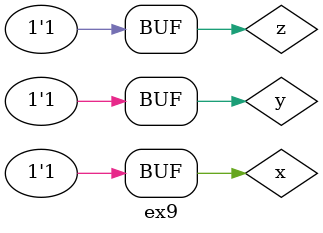
<source format=v>
module fxyz (output s1, output s2, input x, y, z);
assign s1 = (~(~x | ~y) & ~(x & y)) | ~((y & z) | ~x);
assign s2 = x & ~(z & y);
endmodule // fxyz

module ex9;
reg x, y, z;
wire s1, s2;
// instancias
fxyz FXY (s1, s2, x, y, z);
// valores iniciais
initial begin: start
x=1'bx; y=1'bx; z=1'bx;// indefinidos
end
// parte principal
initial begin: main
// identificacao
$display("Test boolean expression");
// monitoramento
$display(" x  y  z =   nao_simpl  simpl");
$monitor("%2b %2b %2b =\t%2b \t %2b", x, y, z, s1, s2);
// sinalizacao
#1 x=0; y=0; z=0;
#1 x=0; y=0; z=1;
#1 x=0; y=1; z=0;
#1 x=0; y=1; z=1;
#1 x=1; y=0; z=0;
#1 x=1; y=0; z=1;
#1 x=1; y=1; z=0;
#1 x=1; y=1; z=1;
end
endmodule // test_module
</source>
